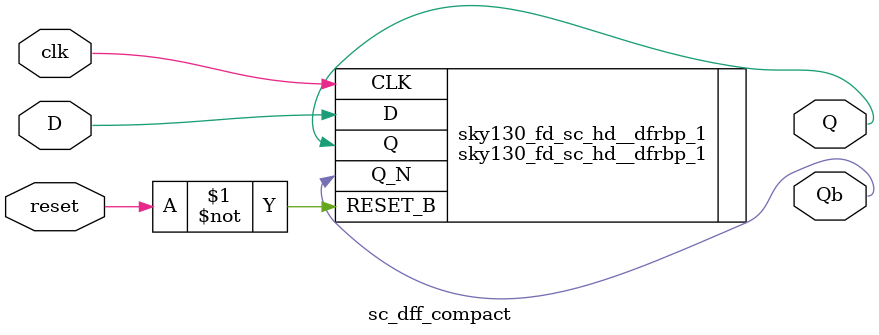
<source format=v>
`timescale 1ns / 1ps

module static_dff(set,
                  reset,
                  clk,
                  D,
                  Q);
//----- GLOBAL PORTS -----
input [0:0] set;
//----- GLOBAL PORTS -----
input [0:0] reset;
//----- GLOBAL PORTS -----
input [0:0] clk;
//----- INPUT PORTS -----
input [0:0] D;
//----- OUTPUT PORTS -----
output [0:0] Q;
sky130_fd_sc_hd__dfbbp_1 sky130_fd_sc_hd__dfbbp(.Q(Q), .D(D), .CLK(clk), .SET_B(~set), .RESET_B(~reset));
//----- BEGIN wire-connection ports -----
//----- END wire-connection ports -----


//----- BEGIN Registered ports -----
//----- END Registered ports -----

// ----- Internal logic should start here -----


// ----- Internal logic should end here -----
endmodule
// ----- END Verilog module for static_dff -----


// ----- Template Verilog module for sc_dff_compact -----
// ----- Verilog module for sc_dff_compact -----
module sc_dff_compact(reset,
                      clk,
                      D,
                      Q,
                      Qb);
//----- GLOBAL PORTS -----
input [0:0] reset;
//----- GLOBAL PORTS -----
input [0:0] clk;
//----- INPUT PORTS -----
input [0:0] D;
//----- OUTPUT PORTS -----
output [0:0] Q;
//----- OUTPUT PORTS -----
output [0:0] Qb;
  sky130_fd_sc_hd__dfrbp_1 sky130_fd_sc_hd__dfrbp_1(.CLK(clk), .D(D), .RESET_B(~reset),  .Q(Q),  .Q_N(Qb));
//----- BEGIN wire-connection ports -----
//----- END wire-connection ports -----


//----- BEGIN Registered ports -----
//----- END Registered ports -----

// ----- Internal logic should start here -----


// ----- Internal logic should end here -----
endmodule
// ----- END Verilog module for sc_dff_compact -----


// ----- Template Verilog module for iopad -----
// ----- Verilog module for iopad -----
/*module iopad(pad,
             outpad,
             en,
             inpad);
//----- GPIO PORTS -----
inout [0:0] pad;
//----- INPUT PORTS -----
input [0:0] outpad;
//----- INPUT PORTS -----
input [0:0] en;
//----- OUTPUT PORTS -----
output [0:0] inpad;

//----- BEGIN wire-connection ports -----
//----- END wire-connection ports -----

:
//----- BEGIN Registered ports -----
//----- END Registered ports -----

// ----- Internal logic should start here -----


// ----- Internal logic should end here -----
endmodule*/
// ----- END Verilog module for iopad -----



</source>
